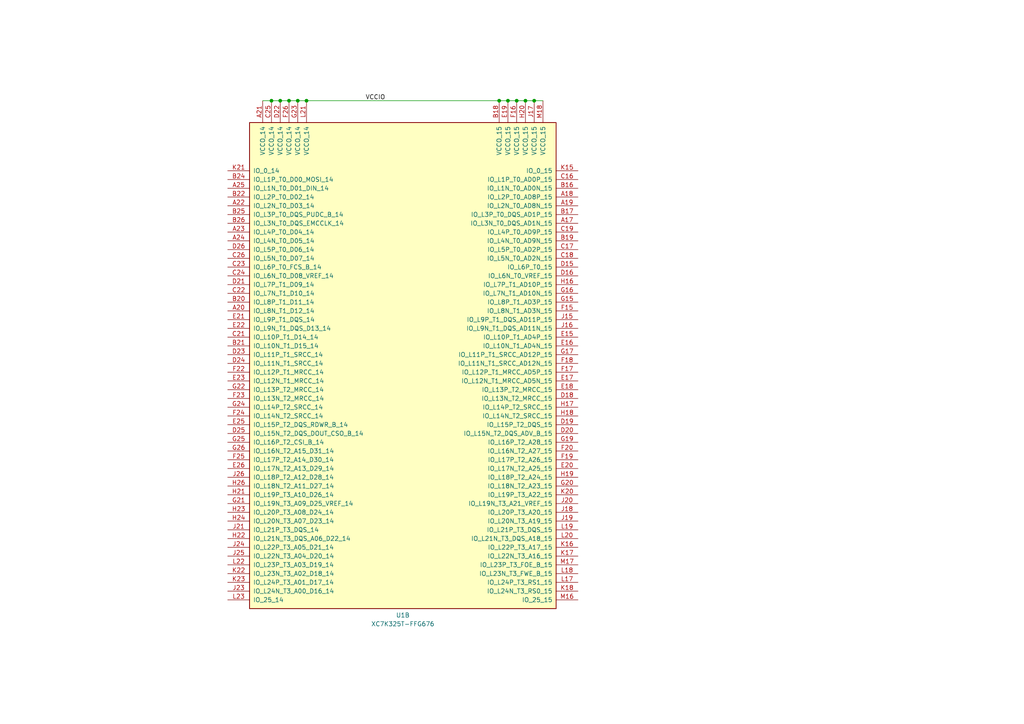
<source format=kicad_sch>
(kicad_sch (version 20230121) (generator eeschema)
  (paper "A4")
  (junction (at 81.28 29.21))
  (junction (at 144.78 29.21))
  (junction (at 78.74 29.21))
  (junction (at 88.9 29.21))
  (junction (at 147.32 29.21))
  (junction (at 154.94 29.21))
  (junction (at 152.4 29.21))
  (junction (at 149.86 29.21))
  (junction (at 86.36 29.21))
  (junction (at 83.82 29.21))
  (wire (pts (xy 154.94 29.21) (xy 157.48 29.21)))
  (wire (pts (xy 147.32 29.21) (xy 149.86 29.21)))
  (wire (pts (xy 83.82 29.21) (xy 86.36 29.21)))
  (wire (pts (xy 144.78 29.21) (xy 147.32 29.21)))
  (wire (pts (xy 88.9 29.21) (xy 144.78 29.21)))
  (wire (pts (xy 149.86 29.21) (xy 152.4 29.21)))
  (wire (pts (xy 78.74 29.21) (xy 81.28 29.21)))
  (wire (pts (xy 81.28 29.21) (xy 83.82 29.21)))
  (wire (pts (xy 86.36 29.21) (xy 88.9 29.21)))
  (wire (pts (xy 152.4 29.21) (xy 154.94 29.21)))
  (wire (pts (xy 76.2 29.21) (xy 78.74 29.21)))
  (label "VCCIO" (at 111.76 29.21 180))
  (symbol (lib_id "FPGA_Xilinx_Kintex7:XC7K325T-FFG676") (at 116.84 102.87 0) (unit 2)
    (property "Reference" "U1" (at 116.84 178.435 0))
    (property "Value" "XC7K325T-FFG676" (at 116.84 180.975 0))
    (property "Footprint" "Package_BGA:Xilinx_FFG676" (effects hide))
  )
)
</source>
